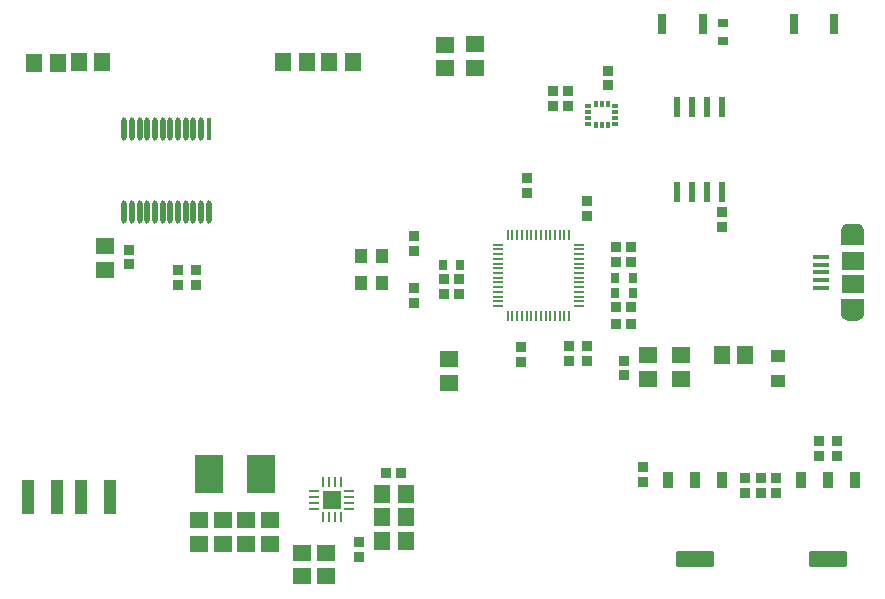
<source format=gtp>
G04*
G04 #@! TF.GenerationSoftware,Altium Limited,Altium Designer,22.11.1 (43)*
G04*
G04 Layer_Color=8421504*
%FSLAX25Y25*%
%MOIN*%
G70*
G04*
G04 #@! TF.SameCoordinates,C353F027-9E8A-41FA-9674-E24DC2C26849*
G04*
G04*
G04 #@! TF.FilePolarity,Positive*
G04*
G01*
G75*
%ADD12C,0.01968*%
G04:AMPARAMS|DCode=19|XSize=63.39mil|YSize=22.84mil|CornerRadius=2.85mil|HoleSize=0mil|Usage=FLASHONLY|Rotation=270.000|XOffset=0mil|YOffset=0mil|HoleType=Round|Shape=RoundedRectangle|*
%AMROUNDEDRECTD19*
21,1,0.06339,0.01713,0,0,270.0*
21,1,0.05768,0.02284,0,0,270.0*
1,1,0.00571,-0.00856,-0.02884*
1,1,0.00571,-0.00856,0.02884*
1,1,0.00571,0.00856,0.02884*
1,1,0.00571,0.00856,-0.02884*
%
%ADD19ROUNDEDRECTD19*%
%ADD20R,0.01200X0.02100*%
%ADD21R,0.02100X0.01200*%
%ADD22R,0.04409X0.11339*%
%ADD23R,0.05512X0.05906*%
%ADD24R,0.05906X0.05512*%
G04:AMPARAMS|DCode=25|XSize=76.91mil|YSize=17.01mil|CornerRadius=8.51mil|HoleSize=0mil|Usage=FLASHONLY|Rotation=270.000|XOffset=0mil|YOffset=0mil|HoleType=Round|Shape=RoundedRectangle|*
%AMROUNDEDRECTD25*
21,1,0.07691,0.00000,0,0,270.0*
21,1,0.05990,0.01701,0,0,270.0*
1,1,0.01701,0.00000,-0.02995*
1,1,0.01701,0.00000,0.02995*
1,1,0.01701,0.00000,0.02995*
1,1,0.01701,0.00000,-0.02995*
%
%ADD25ROUNDEDRECTD25*%
%ADD26R,0.01701X0.07691*%
%ADD27R,0.03740X0.03740*%
%ADD28R,0.03740X0.03740*%
%ADD29R,0.02756X0.03543*%
%ADD30R,0.00787X0.03445*%
%ADD31R,0.03445X0.00787*%
%ADD32R,0.04134X0.05118*%
%ADD33R,0.05315X0.01575*%
%ADD34R,0.07480X0.05906*%
G04:AMPARAMS|DCode=35|XSize=51.58mil|YSize=127.56mil|CornerRadius=3.87mil|HoleSize=0mil|Usage=FLASHONLY|Rotation=270.000|XOffset=0mil|YOffset=0mil|HoleType=Round|Shape=RoundedRectangle|*
%AMROUNDEDRECTD35*
21,1,0.05158,0.11982,0,0,270.0*
21,1,0.04384,0.12756,0,0,270.0*
1,1,0.00774,-0.05991,-0.02192*
1,1,0.00774,-0.05991,0.02192*
1,1,0.00774,0.05991,0.02192*
1,1,0.00774,0.05991,-0.02192*
%
%ADD35ROUNDEDRECTD35*%
G04:AMPARAMS|DCode=36|XSize=51.58mil|YSize=36.61mil|CornerRadius=2.75mil|HoleSize=0mil|Usage=FLASHONLY|Rotation=270.000|XOffset=0mil|YOffset=0mil|HoleType=Round|Shape=RoundedRectangle|*
%AMROUNDEDRECTD36*
21,1,0.05158,0.03112,0,0,270.0*
21,1,0.04608,0.03661,0,0,270.0*
1,1,0.00549,-0.01556,-0.02304*
1,1,0.00549,-0.01556,0.02304*
1,1,0.00549,0.01556,0.02304*
1,1,0.00549,0.01556,-0.02304*
%
%ADD36ROUNDEDRECTD36*%
%ADD37R,0.09252X0.12598*%
%ADD38R,0.05900X0.05900*%
%ADD39R,0.01000X0.03600*%
%ADD40R,0.03600X0.01000*%
%ADD41R,0.05118X0.04331*%
%ADD42R,0.03150X0.06693*%
%ADD43R,0.03543X0.02756*%
G36*
X159646Y-14173D02*
X152165D01*
Y-9055D01*
X159646D01*
Y-14173D01*
D02*
G37*
G36*
X157677Y-16142D02*
X154134Y-16142D01*
Y-14173D01*
X157677D01*
Y-16142D01*
D02*
G37*
G36*
X157677Y14173D02*
X154134D01*
Y16142D01*
X157677Y16142D01*
Y14173D01*
D02*
G37*
G36*
X159646Y9055D02*
X152165D01*
Y14173D01*
X159646D01*
Y9055D01*
D02*
G37*
D12*
X158661Y-14173D02*
X158169Y-13321D01*
X157185D01*
X156693Y-14173D01*
X157185Y-15026D01*
X158169D01*
X158661Y-14173D01*
X155118D02*
X154626Y-13321D01*
X153642D01*
X153150Y-14173D01*
X153642Y-15026D01*
X154626D01*
X155118Y-14173D01*
X158661Y14173D02*
X158169Y15026D01*
X157185D01*
X156693Y14173D01*
X157185Y13321D01*
X158169D01*
X158661Y14173D01*
X155118D02*
X154626Y15026D01*
X153642D01*
X153150Y14173D01*
X153642Y13321D01*
X154626D01*
X155118Y14173D01*
D19*
X112200Y26707D02*
D03*
X107200D02*
D03*
X102200D02*
D03*
X97200D02*
D03*
Y55093D02*
D03*
X102200D02*
D03*
X107200D02*
D03*
X112200D02*
D03*
D20*
X74269Y49000D02*
D03*
X72300D02*
D03*
X70332D02*
D03*
Y56000D02*
D03*
X72300D02*
D03*
X74269D02*
D03*
D21*
X67850Y49547D02*
D03*
Y51516D02*
D03*
Y53484D02*
D03*
Y55453D02*
D03*
X76750D02*
D03*
Y53484D02*
D03*
Y51516D02*
D03*
Y49547D02*
D03*
D22*
X-119079Y-74805D02*
D03*
X-109237D02*
D03*
X-101363D02*
D03*
X-91521D02*
D03*
D23*
X-116874Y69900D02*
D03*
X-109000D02*
D03*
X-94226Y70000D02*
D03*
X-102100D02*
D03*
X-18500D02*
D03*
X-10626D02*
D03*
X-26100D02*
D03*
X-33974D02*
D03*
X112205Y-27559D02*
D03*
X120079D02*
D03*
X-984Y-73819D02*
D03*
X6890D02*
D03*
X-984Y-89567D02*
D03*
X6890D02*
D03*
X-984Y-81693D02*
D03*
X6890D02*
D03*
D24*
X20000Y68063D02*
D03*
Y75937D02*
D03*
X30000Y68126D02*
D03*
Y76000D02*
D03*
X87795Y-35433D02*
D03*
X21400Y-28863D02*
D03*
Y-36737D02*
D03*
X-38189Y-82677D02*
D03*
Y-90551D02*
D03*
X-46260Y-82677D02*
D03*
Y-90551D02*
D03*
X87795Y-27559D02*
D03*
X-93307Y8661D02*
D03*
Y787D02*
D03*
X98819Y-27559D02*
D03*
Y-35433D02*
D03*
X-19685Y-101378D02*
D03*
Y-93504D02*
D03*
X-27559Y-101378D02*
D03*
Y-93504D02*
D03*
X-54134Y-90551D02*
D03*
Y-82677D02*
D03*
X-62008Y-90551D02*
D03*
Y-82677D02*
D03*
D25*
X-58760Y19979D02*
D03*
X-61319D02*
D03*
X-63878D02*
D03*
X-66437D02*
D03*
X-68996D02*
D03*
X-71555D02*
D03*
X-74114D02*
D03*
X-76673D02*
D03*
X-79232D02*
D03*
X-81791D02*
D03*
X-84350D02*
D03*
X-86910D02*
D03*
Y47737D02*
D03*
X-84350D02*
D03*
X-81791D02*
D03*
X-79232D02*
D03*
X-76673D02*
D03*
X-74114D02*
D03*
X-71555D02*
D03*
X-68996D02*
D03*
X-66437D02*
D03*
X-63878D02*
D03*
X-61319D02*
D03*
D26*
X-58760D02*
D03*
D27*
X-85433Y2657D02*
D03*
Y7579D02*
D03*
X112200Y15139D02*
D03*
Y20061D02*
D03*
X9636Y12033D02*
D03*
Y7112D02*
D03*
Y-10309D02*
D03*
Y-5388D02*
D03*
X67317Y-29447D02*
D03*
Y-24525D02*
D03*
X45269Y-29742D02*
D03*
Y-24821D02*
D03*
X67400Y23861D02*
D03*
Y18939D02*
D03*
X61411Y-29447D02*
D03*
Y-24525D02*
D03*
X47200Y26539D02*
D03*
Y31461D02*
D03*
X130315Y-73425D02*
D03*
Y-68504D02*
D03*
X86100Y-65039D02*
D03*
Y-69961D02*
D03*
X120079Y-73425D02*
D03*
Y-68504D02*
D03*
X125197Y-73425D02*
D03*
Y-68504D02*
D03*
X150654Y-56368D02*
D03*
Y-61290D02*
D03*
X144749Y-56368D02*
D03*
Y-61290D02*
D03*
X74300Y62339D02*
D03*
Y67261D02*
D03*
X79528Y-34350D02*
D03*
Y-29429D02*
D03*
X-68898Y787D02*
D03*
Y-4134D02*
D03*
X-62992Y787D02*
D03*
Y-4134D02*
D03*
X-8600Y-94761D02*
D03*
Y-89839D02*
D03*
D28*
X77159Y-11631D02*
D03*
X82080D02*
D03*
X81982Y8447D02*
D03*
X77061D02*
D03*
Y3329D02*
D03*
X81982D02*
D03*
X19774Y-2337D02*
D03*
X24695D02*
D03*
X19774Y-7061D02*
D03*
X24695D02*
D03*
X77061Y-17143D02*
D03*
X81982D02*
D03*
X5413Y-66929D02*
D03*
X492D02*
D03*
X60921Y55300D02*
D03*
X56000D02*
D03*
X60921Y60400D02*
D03*
X56000D02*
D03*
D29*
X76765Y-6907D02*
D03*
X82671D02*
D03*
X76765Y-1887D02*
D03*
X82671D02*
D03*
X25187Y2387D02*
D03*
X19282D02*
D03*
D30*
X61411Y12532D02*
D03*
X59836D02*
D03*
X58261D02*
D03*
X56687D02*
D03*
X55112D02*
D03*
X53537D02*
D03*
X51962D02*
D03*
X50387D02*
D03*
X48813D02*
D03*
X47238D02*
D03*
X45663D02*
D03*
X44088D02*
D03*
X42513D02*
D03*
X40939D02*
D03*
Y-14535D02*
D03*
X42513D02*
D03*
X44088D02*
D03*
X45663D02*
D03*
X47238D02*
D03*
X48813D02*
D03*
X50387D02*
D03*
X51962D02*
D03*
X53537D02*
D03*
X55112D02*
D03*
X56687D02*
D03*
X58261D02*
D03*
X59836D02*
D03*
X61411D02*
D03*
D31*
X37641Y9235D02*
D03*
Y7660D02*
D03*
Y6085D02*
D03*
Y4510D02*
D03*
Y2935D02*
D03*
Y1361D02*
D03*
Y-214D02*
D03*
Y-1789D02*
D03*
Y-3364D02*
D03*
Y-4939D02*
D03*
Y-6513D02*
D03*
Y-8088D02*
D03*
Y-9663D02*
D03*
Y-11238D02*
D03*
X64708D02*
D03*
Y-9663D02*
D03*
Y-8088D02*
D03*
Y-6513D02*
D03*
Y-4939D02*
D03*
Y-3364D02*
D03*
Y-1789D02*
D03*
Y-214D02*
D03*
Y1361D02*
D03*
Y2935D02*
D03*
Y4510D02*
D03*
Y6085D02*
D03*
Y7660D02*
D03*
Y9235D02*
D03*
D32*
X-1092Y5340D02*
D03*
X-7982Y-3715D02*
D03*
Y5340D02*
D03*
X-1092Y-3715D02*
D03*
D33*
X145276Y0D02*
D03*
Y-2559D02*
D03*
Y-5118D02*
D03*
Y2559D02*
D03*
Y5118D02*
D03*
D34*
X155905Y-3937D02*
D03*
Y3937D02*
D03*
D35*
X103347Y-95453D02*
D03*
X147638D02*
D03*
D36*
X94331Y-69114D02*
D03*
X103347D02*
D03*
X112362D02*
D03*
X138622D02*
D03*
X147638D02*
D03*
X156653D02*
D03*
D37*
X-41339Y-67323D02*
D03*
X-58661D02*
D03*
D38*
X-17716Y-75793D02*
D03*
D39*
X-20670Y-69893D02*
D03*
X-18701D02*
D03*
X-16732D02*
D03*
X-14763D02*
D03*
Y-81693D02*
D03*
X-16732D02*
D03*
X-18701D02*
D03*
X-20670D02*
D03*
D40*
X-11816Y-72839D02*
D03*
Y-74808D02*
D03*
Y-76777D02*
D03*
Y-78746D02*
D03*
X-23616D02*
D03*
Y-76777D02*
D03*
Y-74808D02*
D03*
Y-72839D02*
D03*
D41*
X131102Y-36220D02*
D03*
Y-27953D02*
D03*
D42*
X136307Y82677D02*
D03*
X149693D02*
D03*
X105893D02*
D03*
X92507D02*
D03*
D43*
X112700Y77047D02*
D03*
Y82953D02*
D03*
M02*

</source>
